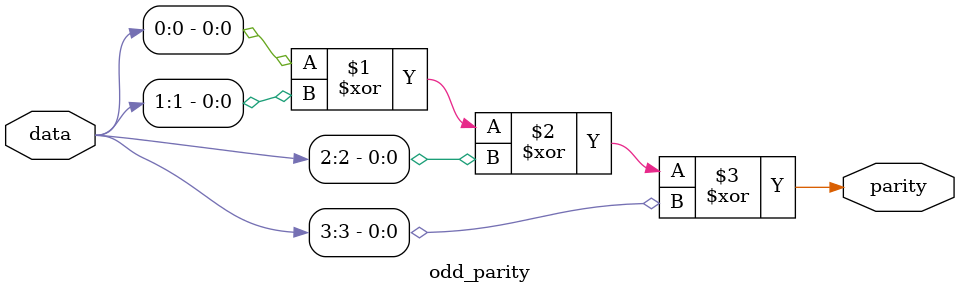
<source format=v>
module odd_parity(data,parity);
    input [3:0] data;
    output parity;

    assign parity = (data[0] ^ data[1] ^ data[2] ^ data[3]);
endmodule
</source>
